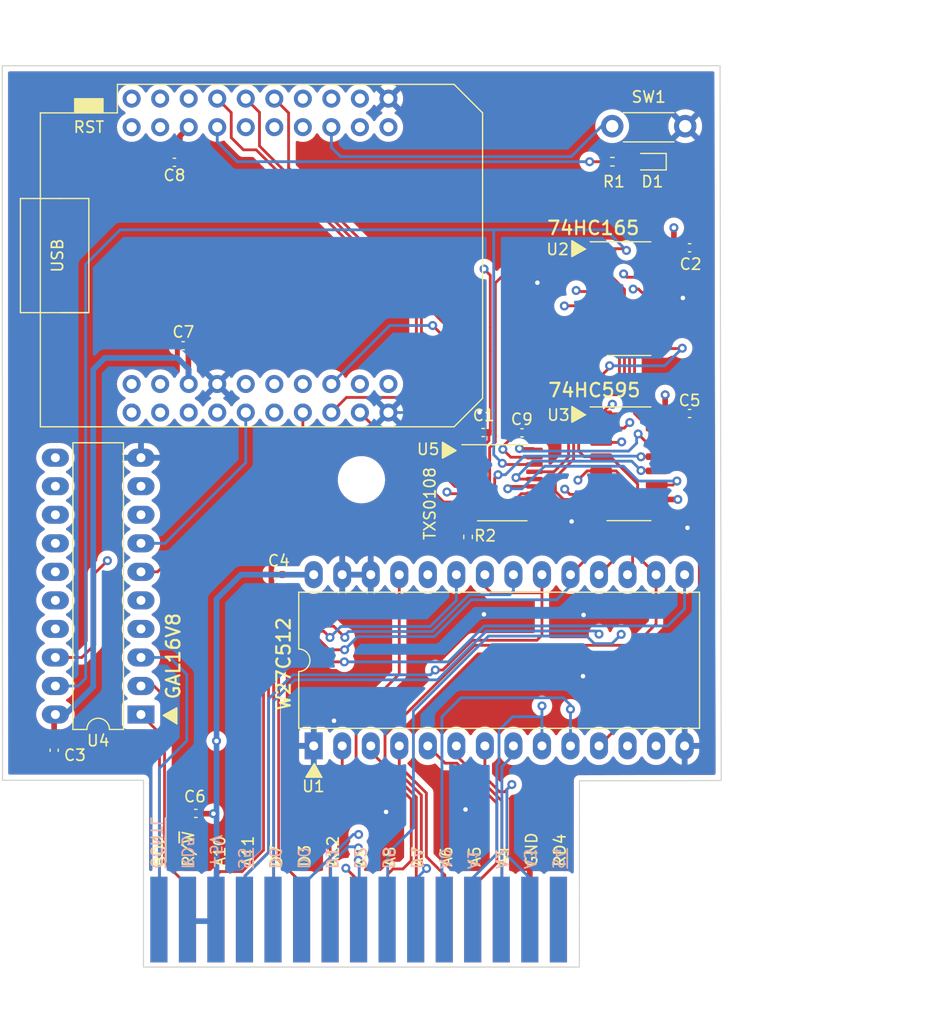
<source format=kicad_pcb>
(kicad_pcb (version 20211014) (generator pcbnew)
  (layers (0 "F.Cu" signal) (1 "In1.Cu" signal) (2 "In2.Cu" signal) (31 "B.Cu" signal) (34 "B.Paste" user) (35 "F.Paste" user) (36 "B.SilkS" user "B.Silkscreen") (37 "F.SilkS" user "F.Silkscreen") (38 "B.Mask" user) (39 "F.Mask" user) (44 "Edge.Cuts" user))
  (net 0 "")
  (net 1 "GND")
  (net 2 "A12")
  (net 3 "A7")
  (net 4 "A6")
  (net 5 "A5")
  (net 6 "A4")
  (net 7 "A3")
  (net 8 "A2")
  (net 9 "A1")
  (net 10 "A0")
  (net 11 "D0")
  (net 12 "D1")
  (net 13 "D2")
  (net 14 "D3")
  (net 15 "D4")
  (net 16 "D5")
  (net 17 "D6")
  (net 18 "D7")
  (net 19 "~{S5}")
  (net 20 "A10")
  (net 21 "A11")
  (net 22 "A9")
  (net 23 "A8")
  (net 24 "+5V")
  (net 25 "~{S4}")
  (net 26 "+3V3")
  (net 27 "Net-(D1-Pad2)")
  (net 28 "LED")
  (net 29 "iIO2")
  (net 30 "IO1")
  (net 31 "sclk_1H")
  (net 33 "iSdataH")
  (net 36 "sclk_2")
  (net 37 "RCLK")
  (net 38 "IO2")
  (net 39 "oSdata")
  (net 40 "iSdata")
  (net 41 "iIO1")
  (net 46 "RTS")
  (net 48 "SPI CLK")
  (net 49 "MISO")
  (net 50 "MOSI")
  (net 51 "RTR")
  (net 58 "oRST")
  (net 59 "TX2")
  (net 61 "RX2")
  (net 64 "iRST")
  (net 68 "~{CCTL}")
  (net 70 "R{slash}~{W}")
  (net 71 "BO2")
  (net 80 "sclk_2H")
  (net 81 "RCLKH")
  (net 82 "oSdataH")
  (net 83 "sclk_1L")
  (footprint "Capacitor_SMD:C_0402_1005Metric" (layer "F.Cu") (at 135 68.76 180)
    (fp_text reference "C8")
    (fp_text value "100n")
  )
  (footprint "LED_SMD:LED_0603_1608Metric" (layer "F.Cu") (at 177.292 68.707 180)
    (fp_text reference "D1")
    (fp_text value "LED")
  )
  (footprint "Barts:Atari_bus" (layer "F.Cu") (at 133.7745 136.358)
    (fp_text reference "Z1" hide)
    (fp_text value "Atari800XL_Bus")
  )
  (footprint "MountingHole:MountingHole_3.2mm_M3" (layer "F.Cu") (at 151.645148 97.0125)
    (fp_text reference "H1" hide)
    (fp_text value "MountingHole")
  )
  (footprint "Capacitor_SMD:C_0402_1005Metric" (layer "F.Cu") (at 180.86048 76.37)
    (fp_text reference "C2")
    (fp_text value "100n")
  )
  (footprint "Capacitor_SMD:C_0402_1005Metric" (layer "F.Cu") (at 135.770148 85.0875 180)
    (fp_text reference "C7")
    (fp_text value "100n")
  )
  (footprint "Package_DIP:DIP-28_W15.24mm_LongPads" (layer "F.Cu") (at 147.395148 120.701359 90)
    (fp_text reference "U1")
    (fp_text value "27C512")
  )
  (footprint "Resistor_SMD:R_0402_1005Metric" (layer "F.Cu") (at 161.1376 102.108 -90)
    (fp_text reference "R2")
    (fp_text value "10k")
  )
  (footprint "Package_SO:SOIC-16_3.9x9.9mm_P1.27mm" (layer "F.Cu") (at 175.46048 80.895)
    (fp_text reference "U2")
    (fp_text value "74HC165")
  )
  (footprint "Capacitor_SMD:C_0402_1005Metric" (layer "F.Cu") (at 180.86048 91.12)
    (fp_text reference "C5")
    (fp_text value "100n")
  )
  (footprint "Package_SO:SOIC-16_3.9x9.9mm_P1.27mm" (layer "F.Cu") (at 175.46048 95.595)
    (fp_text reference "U3")
    (fp_text value "74HC595")
  )
  (footprint "Barts:ESP32_mini" (layer "F.Cu") (at 142.620148 77.0625 -90)
    (fp_text reference "U6" hide)
    (fp_text value "mini_esp32" hide)
  )
  (footprint "Capacitor_SMD:C_0402_1005Metric" (layer "F.Cu") (at 165.9382 92.837)
    (fp_text reference "C9")
    (fp_text value "100n")
  )
  (footprint "Resistor_SMD:R_0402_1005Metric" (layer "F.Cu") (at 173.99 68.707)
    (fp_text reference "R1")
    (fp_text value "100Ω")
  )
  (footprint "Capacitor_SMD:C_0402_1005Metric" (layer "F.Cu") (at 124.29 121.09 -90)
    (fp_text reference "C3")
    (fp_text value "100n")
  )
  (footprint "Barts:SW_PUSH_HALF_6mm" (layer "F.Cu") (at 173.970148 65.3455)
    (fp_text reference "SW1")
    (fp_text value "Reset")
  )
  (footprint "Package_SO:TSSOP-20_4.4x6.5mm_P0.65mm" (layer "F.Cu") (at 164.1856 97.282)
    (fp_text reference "U5")
    (fp_text value "TXS0108EPW" hide)
  )
  (footprint "Capacitor_SMD:C_0402_1005Metric" (layer "F.Cu") (at 162.4838 92.8116 180)
    (fp_text reference "C1")
    (fp_text value "100n")
  )
  (footprint "Capacitor_SMD:C_0402_1005Metric" (layer "F.Cu") (at 144.115148 105.451359 180)
    (fp_text reference "C4")
    (fp_text value "100n")
  )
  (footprint "Package_DIP:DIP-20_W7.62mm_LongPads" (layer "F.Cu") (at 132.020148 117.9125 180)
    (fp_text reference "U4")
    (fp_text value "GAL16V8")
  )
  (footprint "Capacitor_SMD:C_0402_1005Metric" (layer "F.Cu") (at 136.900148 126.7125 180)
    (fp_text reference "C6")
    (fp_text value "100n")
  )
  (gr_poly (pts (xy 135.195148 117.3375) (xy 135.195148 118.7125) (xy 134.020148 117.9875)) (layer "F.SilkS") (width 0.15) (fill solid))
  (gr_poly (pts (xy 158.869276 95.069753) (xy 158.869276 93.694753) (xy 160.044276 94.419753)) (layer "F.SilkS") (width 0.15) (fill solid))
  (gr_poly (pts (xy 170.38548 77.1325) (xy 170.38548 75.7575) (xy 171.56048 76.4825)) (layer "F.SilkS") (width 0.15) (fill solid))
  (gr_poly (pts (xy 148.095148 123.476359) (xy 146.720148 123.476359) (xy 147.445148 122.301359)) (layer "F.SilkS") (width 0.15) (fill solid))
  (gr_poly (pts (xy 170.38548 91.8825) (xy 170.38548 90.5075) (xy 171.56048 91.2325)) (layer "F.SilkS") (width 0.15) (fill solid))
  (gr_line (start 183.670148 121.2875) (end 183.670148 123.7875) (layer "Edge.Cuts") (width 0.1))
  (gr_line (start 183.670148 121.2875) (end 183.570148 60.1625) (layer "Edge.Cuts") (width 0.1))
  (gr_line (start 132.245148 140.3875) (end 132.245148 123.7625) (layer "Edge.Cuts") (width 0.1))
  (gr_line (start 119.695148 123.7625) (end 132.245148 123.7625) (layer "Edge.Cuts") (width 0.1))
  (gr_line (start 183.570148 60.1625) (end 119.670148 60.1625) (layer "Edge.Cuts") (width 0.1))
  (gr_line (start 119.695148 123.7625) (end 119.670148 60.1625) (layer "Edge.Cuts") (width 0.1))
  (gr_line (start 183.670148 123.7875) (end 171.055148 123.8125) (layer "Edge.Cuts") (width 0.1))
  (gr_line (start 171.045148 140.3875) (end 171.055148 123.8125) (layer "Edge.Cuts") (width 0.1))
  (gr_line (start 171.045148 140.3875) (end 132.245148 140.3875) (layer "Edge.Cuts") (width 0.1))
  (gr_text "~{S4}" (at 169.145148 130.7125 -90) (layer "B.SilkS") (effects (font (size 1 1)) (justify mirror)))
  (gr_text "A2" (at 164.107284 130.760119 -90) (layer "B.SilkS") (effects (font (size 1 1)) (justify mirror)))
  (gr_text "A1" (at 161.588356 130.760119 -90) (layer "B.SilkS") (effects (font (size 1 1)) (justify mirror)))
  (gr_text "A3" (at 166.626212 130.760119 -90) (layer "B.SilkS") (effects (font (size 1 1)) (justify mirror)))
  (gr_text "RD5" (at 136.144076 130.18869 -90) (layer "B.SilkS") (effects (font (size 1 1)) (justify mirror)))
  (gr_text "D5" (at 154.031572 130.68869 -90) (layer "B.SilkS") (effects (font (size 1 1)) (justify mirror)))
  (gr_text "~{CCNTL}" (at 133.370148 129.3375 -90) (layer "B.SilkS") (effects (font (size 1 1)) (justify mirror)))
  (gr_text "D1" (at 148.993716 130.68869 -90) (layer "B.SilkS") (effects (font (size 1 1)) (justify mirror)))
  (gr_text "D0" (at 146.474788 130.68869 -90) (layer "B.SilkS") (effects (font (size 1 1)) (justify mirror)))
  (gr_text "A0" (at 159.069428 130.760119 -90) (layer "B.SilkS") (effects (font (size 1 1)) (justify mirror)))
  (gr_text "+5V" (at 138.663004 130.141071 -90) (layer "B.SilkS") (effects (font (size 1 1)) (justify mirror)))
  (gr_text "D2" (at 151.512644 130.68869 -90) (layer "B.SilkS") (effects (font (size 1 1)) (justify mirror)))
  (gr_text "D4" (at 156.5505 130.68869 -90) (layer "B.SilkS") (effects (font (size 1 1)) (justify mirror)))
  (gr_text "~{S5}" (at 141.181932 130.7125 -90) (layer "B.SilkS") (effects (font (size 1 1)) (justify mirror)))
  (gr_text "D6" (at 143.95586 130.68869 -90) (layer "B.SilkS") (effects (font (size 1 1)) (justify mirror)))
  (gr_text "74HC595" (at 172.380332 89.045) (layer "F.SilkS") (effects (font (size 1.2 1.2) (thickness 0.2))))
  (gr_text "74HC165" (at 172.28548 74.6075) (layer "F.SilkS") (effects (font (size 1.2 1.2) (thickness 0.2))))
  (gr_text "A8" (at 154.172284 130.558929 90) (layer "F.SilkS") (effects (font (size 1 1))))
  (gr_text "D7" (at 144.073716 130.4875 90) (layer "F.SilkS") (effects (font (size 1 1))))
  (gr_text "A12" (at 149.123 130.082738 90) (layer "F.SilkS") (effects (font (size 1 1))))
  (gr_text "A6" (at 159.221568 130.558929 90) (layer "F.SilkS") (effects (font (size 1 1))))
  (gr_text "GND" (at 166.795494 129.939881 90) (layer "F.SilkS") (effects (font (size 1 1))))
  (gr_text "GAL16V8" (at 134.895148 112.7125 90) (layer "F.SilkS") (effects (font (size 1.2 1.2) (thickness 0.2))))
  (gr_text "RD4" (at 169.320148 129.9875 90) (layer "F.SilkS") (effects (font (size 1 1))))
  (gr_text "W27C512" (at 144.7165 113.411 90) (layer "F.SilkS") (effects (font (size 1.2 1.2) (thickness 0.2))))
  (gr_text "A11" (at 141.549074 130.082738 90) (layer "F.SilkS") (effects (font (size 1 1))))
  (gr_text "A10" (at 139.024432 130.082738 90) (layer "F.SilkS") (effects (font (size 1 1))))
  (gr_text "TXS0108" (at 157.734 99.1362 90) (layer "F.SilkS") (effects (font (size 1 1))))
  (gr_text "A7" (at 156.696926 130.558929 90) (layer "F.SilkS") (effects (font (size 1 1))))
  (gr_text "B02" (at 133.720148 130.01131 90) (layer "F.SilkS") (effects (font (size 1 1))))
  (gr_text "R/~{W}" (at 136.24479 129.868453 90) (layer "F.SilkS") (effects (font (size 1 1))))
  (gr_text "A9" (at 151.647642 130.558929 90) (layer "F.SilkS") (effects (font (size 1 1))))
  (gr_text "D3" (at 146.598358 130.4875 90) (layer "F.SilkS") (effects (font (size 1 1))))
  (gr_text "A4" (at 164.270852 130.558929 90) (layer "F.SilkS") (effects (font (size 1 1))))
  (gr_text "A5" (at 161.74621 130.558929 90) (layer "F.SilkS") (effects (font (size 1 1))))
  (segment (start 162.1536 91.0082) (end 162.1536 92.6618) (width 0.25) (layer "F.Cu") (net 1))
  (segment (start 162.1536 92.6618) (end 162.0038 92.8116) (width 0.25) (layer "F.Cu") (net 1))
  (segment (start 162.0038 92.8116) (end 162.0038 91.2342) (width 0.25) (layer "F.Cu") (net 1))
  (via (at 162.1536 91.0082) (size 0.8) (drill 0.4) (layers "F.Cu" "B.Cu") (net 1))
  (via (at 170.35548 100.7275) (size 0.8) (drill 0.4) (layers "F.Cu" "B.Cu") (net 1))
  (via (at 180.26048 80.8325) (size 0.8) (drill 0.4) (layers "F.Cu" "B.Cu") (net 1))
  (via (at 180.6702 101.2952) (size 0.8) (drill 0.4) (layers "F.Cu" "B.Cu") (net 1))
  (via (at 160.909 126.365) (size 0.8) (drill 0.4) (layers "F.Cu" "B.Cu") (net 1))
  (via (at 153.84 126.58) (size 0.8) (drill 0.4) (layers "F.Cu" "B.Cu") (net 1))
  (via (at 149.205148 118.466359) (size 0.8) (drill 0.4) (layers "F.Cu" "B.Cu") (net 1))
  (via (at 171.370148 114.501359) (size 0.8) (drill 0.4) (layers "F.Cu" "B.Cu") (net 1))
  (via (at 162.55 108.993859) (size 0.8) (drill 0.4) (layers "F.Cu" "B.Cu") (net 1))
  (via (at 171.420148 109.051359) (size 0.8) (drill 0.4) (layers "F.Cu" "B.Cu") (net 1))
  (via (at 167.3098 79.4766) (size 0.8) (drill 0.4) (layers "F.Cu" "B.Cu") (net 1))
  (segment (start 158.9024 91.0336) (end 158.9278 91.0082) (width 0.25) (layer "B.Cu") (net 1))
  (segment (start 158.9278 91.0082) (end 162.1536 91.0082) (width 0.25) (layer "B.Cu") (net 1))
  (segment (start 158.5965 91.0325) (end 154.050148 91.0325) (width 0.25) (layer "B.Cu") (net 1))
  (segment (start 158.9024 91.0336) (end 158.9013 91.0325) (width 0.25) (layer "B.Cu") (net 1))
  (segment (start 158.9013 91.0325) (end 158.5965 91.0325) (width 0.25) (layer "B.Cu") (net 1))
  (segment (start 148.8615 123.885007) (end 148.8615 139.12352) (width 0.25) (layer "F.Cu") (net 2))
  (segment (start 149.935148 120.701359) (end 149.935148 122.811359) (width 0.25) (layer "F.Cu") (net 2))
  (segment (start 149.935148 122.811359) (end 148.8615 123.885007) (width 0.25) (layer "F.Cu") (net 2))
  (segment (start 152.475148 121.2175) (end 152.475148 120.701359) (width 0.25) (layer "F.Cu") (net 3))
  (segment (start 156.527648 136.3025) (end 156.527648 125.27) (width 0.25) (layer "F.Cu") (net 3))
  (segment (start 156.527648 125.27) (end 152.475148 121.2175) (width 0.25) (layer "F.Cu") (net 3))
  (segment (start 155.015148 122.486064) (end 157.426688 124.897605) (width 0.25) (layer "F.Cu") (net 4))
  (segment (start 157.426688 130.568926) (end 159.067648 132.209886) (width 0.25) (layer "F.Cu") (net 4))
  (segment (start 155.015148 120.701359) (end 155.015148 122.486064) (width 0.25) (layer "F.Cu") (net 4))
  (segment (start 157.426688 124.897605) (end 157.426688 130.568926) (width 0.25) (layer "F.Cu") (net 4))
  (segment (start 159.067648 132.209886) (end 159.067648 136.3025) (width 0.25) (layer "F.Cu") (net 4))
  (segment (start 161.607648 133.222852) (end 163.698128 131.132372) (width 0.25) (layer "F.Cu") (net 5))
  (segment (start 163.698128 125.801197) (end 160.140716 122.243785) (width 0.25) (layer "F.Cu") (net 5))
  (segment (start 161.607648 136.3025) (end 161.607648 133.222852) (width 0.25) (layer "F.Cu") (net 5))
  (segment (start 163.698128 131.132372) (end 163.698128 125.801197) (width 0.25) (layer "F.Cu") (net 5))
  (segment (start 159.097574 122.243785) (end 157.555148 120.701359) (width 0.25) (layer "F.Cu") (net 5))
  (segment (start 160.140716 122.243785) (end 159.097574 122.243785) (width 0.25) (layer "F.Cu") (net 5))
  (segment (start 160.095148 121.5625) (end 164.147648 125.615) (width 0.25) (layer "F.Cu") (net 6))
  (segment (start 164.147648 125.615) (end 164.147648 136.3025) (width 0.25) (layer "F.Cu") (net 6))
  (segment (start 162.635148 123.466782) (end 163.951433 124.783067) (width 0.25) (layer "F.Cu") (net 7))
  (segment (start 162.635148 120.701359) (end 162.635148 123.466782) (width 0.25) (layer "F.Cu") (net 7))
  (segment (start 163.951433 124.783067) (end 164.395933 124.783067) (width 0.25) (layer "F.Cu") (net 7))
  (segment (start 164.395933 124.783067) (end 165.0365 124.1425) (width 0.25) (layer "F.Cu") (net 7))
  (via (at 165.0365 124.1425) (size 0.8) (drill 0.4) (layers "F.Cu" "B.Cu") (net 7))
  (segment (start 165.0365 124.1425) (end 164.597168 124.581832) (width 0.25) (layer "B.Cu") (net 7))
  (segment (start 164.597168 130.434168) (end 166.6345 132.4715) (width 0.25) (layer "B.Cu") (net 7))
  (segment (start 164.597168 124.581832) (end 164.597168 130.434168) (width 0.25) (layer "B.Cu") (net 7))
  (segment (start 164.147648 122.554852) (end 165.175148 121.527352) (width 0.25) (layer "B.Cu") (net 8))
  (segment (start 165.175148 121.527352) (end 165.175148 120.701359) (width 0.25) (layer "B.Cu") (net 8))
  (segment (start 164.147648 136.3025) (end 164.147648 122.554852) (width 0.25) (layer "B.Cu") (net 8))
  (via (at 167.72 117.148359) (size 0.8) (drill 0.4) (layers "F.Cu" "B.Cu") (net 9))
  (segment (start 167.7035 118.11) (end 167.715148 118.121648) (width 0.25) (layer "B.Cu") (net 9))
  (segment (start 167.715148 118.121648) (end 167.715148 117.153211) (width 0.25) (layer "B.Cu") (net 9))
  (segment (start 163.698128 130.306872) (end 163.698128 122.368655) (width 0.25) (layer "B.Cu") (net 9))
  (segment (start 163.8935 119.3165) (end 165.1 118.11) (width 0.25) (layer "B.Cu") (net 9))
  (segment (start 167.715148 117.153211) (end 167.72 117.148359) (width 0.25) (layer "B.Cu") (net 9))
  (segment (start 161.5545 132.4505) (end 163.698128 130.306872) (width 0.25) (layer "B.Cu") (net 9))
  (segment (start 165.1 118.11) (end 167.7035 118.11) (width 0.25) (layer "B.Cu") (net 9))
  (segment (start 163.698128 122.368655) (end 163.8935 122.173283) (width 0.25) (layer "B.Cu") (net 9))
  (segment (start 163.8935 122.173283) (end 163.8935 119.3165) (width 0.25) (layer "B.Cu") (net 9))
  (segment (start 161.5545 136.158) (end 161.5545 132.4505) (width 0.25) (layer "B.Cu") (net 9))
  (segment (start 167.715148 119.156359) (end 167.715148 118.121648) (width 0.25) (layer "B.Cu") (net 9))
  (segment (start 167.715148 119.156359) (end 167.715148 120.701359) (width 0.25) (layer "B.Cu") (net 9))
  (via (at 170.255148 117.438711) (size 0.8) (drill 0.4) (layers "F.Cu" "B.Cu") (net 10))
  (segment (start 170.255148 117.069007) (end 169.61 116.423859) (width 0.25) (layer "B.Cu") (net 10))
  (segment (start 158.8135 135.957) (end 159.0145 136.158) (width 0.25) (layer "B.Cu") (net 10))
  (segment (start 160.499641 116.423859) (end 162.404641 116.423859) (width 0.25) (layer "B.Cu") (net 10))
  (segment (start 169.61 116.423859) (end 162.404641 116.423859) (width 0.25) (layer "B.Cu") (net 10))
  (segment (start 158.8135 127.5715) (end 158.8135 118.11) (width 0.25) (layer "B.Cu") (net 10))
  (segment (start 170.255148 120.701359) (end 170.255148 117.438711) (width 0.25) (layer "B.Cu") (net 10))
  (segment (start 158.8135 127.5715) (end 158.8135 135.957) (width 0.25) (layer "B.Cu") (net 10))
  (segment (start 158.8135 118.11) (end 160.499641 116.423859) (width 0.25) (layer "B.Cu") (net 10))
  (segment (start 170.255148 117.438711) (end 170.255148 117.069007) (width 0.25) (layer "B.Cu") (net 10))
  (segment (start 181.724911 111.771597) (end 172.795148 120.701359) (width 0.25) (layer "F.Cu") (net 11))
  (segment (start 176.55548 82.8) (end 177.93548 82.8) (width 0.25) (layer "F.Cu") (net 11))
  (segment (start 177.26048 92.42) (end 175.96048 91.12) (width 0.25) (layer "F.Cu") (net 11))
  (segment (start 175.96048 91.12) (end 175.96048 83.395) (width 0.25) (layer "F.Cu") (net 11))
  (segment (start 181.724911 94.175311) (end 181.724911 111.771597) (width 0.25) (layer "F.Cu") (net 11))
  (segment (start 177.93548 92.42) (end 177.26048 92.42) (width 0.25) (layer "F.Cu") (net 11))
  (segment (start 175.96048 83.395) (end 176.55548 82.8) (width 0.25) (layer "F.Cu") (net 11))
  (segment (start 177.93548 92.42) (end 179.9696 92.42) (width 0.25) (layer "F.Cu") (net 11))
  (segment (start 179.9696 92.42) (end 181.724911 94.175311) (width 0.25) (layer "F.Cu") (net 11))
  (via (at 151.395148 128.5875) (size 0.8) (drill 0.4) (layers "F.Cu" "B.Cu") (net 11))
  (segment (start 146.367648 133.14) (end 146.367648 136.3025) (width 0.25) (layer "B.Cu") (net 11))
  (segment (start 151.395148 128.5875) (end 150.920148 128.5875) (width 0.25) (layer "B.Cu") (net 11))
  (segment (start 150.920148 128.5875) (end 146.367648 133.14) (width 0.25) (layer "B.Cu") (net 11))
  (segment (start 172.98548 91.15) (end 174.63048 91.15) (width 0.25) (layer "F.Cu") (net 12))
  (segment (start 175.51096 88.34452) (end 175.51096 82.24452) (width 0.25) (layer "F.Cu") (net 12))
  (segment (start 177.93548 81.53) (end 176.22548 81.53) (width 0.25) (layer "F.Cu") (net 12))
  (segment (start 175.51096 90.26952) (end 175.51096 88.34452) (width 0.25) (layer "F.Cu") (net 12))
  (segment (start 173.84048 90.295) (end 172.98548 91.15) (width 0.25) (layer "F.Cu") (net 12))
  (segment (start 174.63048 91.15) (end 175.51096 90.26952) (width 0.25) (layer "F.Cu") (net 12))
  (segment (start 173.98548 90.295) (end 173.84048 90.295) (width 0.25) (layer "F.Cu") (net 12))
  (segment (start 175.51096 82.24452) (end 176.22548 81.53) (width 0.25) (layer "F.Cu") (net 12))
  (via (at 173.98548 90.295) (size 0.8) (drill 0.4) (layers "F.Cu" "B.Cu") (net 12))
  (via (at 151.370148 129.7875) (size 0.8) (drill 0.4) (layers "F.Cu" "B.Cu") (net 12))
  (segment (start 148.907648 136.3025) (end 148.907648 131.235718) (width 0.25) (layer "B.Cu") (net 12))
  (segment (start 150.463007 129.680359) (end 151.263007 129.680359) (width 0.25) (layer "B.Cu") (net 12))
  (segment (start 151.263007 129.680359) (end 151.370148 129.7875) (width 0.25) (layer "B.Cu") (net 12))
  (segment (start 148.907648 131.235718) (end 150.463007 129.680359) (width 0.25) (layer "B.Cu") (net 12))
  (segment (start 176.61048 80.345) (end 177.85048 80.345) (width 0.25) (layer "F.Cu") (net 13))
  (segment (start 176.31048 80.045) (end 176.61048 80.345) (width 0.25) (layer "F.Cu") (net 13))
  (segment (start 175.03758 92.42) (end 175.53498 91.9226) (width 0.25) (layer "F.Cu") (net 13))
  (segment (start 177.85048 80.345) (end 177.93548 80.26) (width 0.25) (layer "F.Cu") (net 13))
  (segment (start 172.98548 92.42) (end 175.03758 92.42) (width 0.25) (layer "F.Cu") (net 13))
  (segment (start 175.83548 80.045) (end 176.31048 80.045) (width 0.25) (layer "F.Cu") (net 13))
  (via (at 175.83548 80.045) (size 0.8) (drill 0.4) (layers "F.Cu" "B.Cu") (net 13))
  (via (at 151.370148 130.8875) (size 0.8) (drill 0.4) (layers "F.Cu" "B.Cu") (net 13))
  (via (at 175.53498 91.9226) (size 0.8) (drill 0.4) (layers "F.Cu" "B.Cu") (net 13))
  (segment (start 151.447648 130.965) (end 151.447648 136.3025) (width 0.25) (layer "B.Cu") (net 13))
  (segment (start 151.370148 130.8875) (end 151.447648 130.965) (width 0.25) (layer "B.Cu") (net 13))
  (segment (start 145.575798 111.399919) (end 147.303801 111.399919) (width 0.25) (layer "F.Cu") (net 14))
  (segment (start 174.98548 78.695) (end 175.28048 78.99) (width 0.25) (layer "F.Cu") (net 14))
  (segment (start 144.277168 112.698549) (end 145.575798 111.399919) (width 0.25) (layer "F.Cu") (net 14))
  (segment (start 149.130241 113.226359) (end 150.120148 113.226359) (width 0.25) (layer "F.Cu") (net 14))
  (segment (start 146.367648 136.3025) (end 146.367648 132.96) (width 0.25) (layer "F.Cu") (net 14))
  (segment (start 174.76548 93.69) (end 174.81048 93.645) (width 0.25) (layer "F.Cu") (net 14))
  (segment (start 146.367648 132.96) (end 144.277168 130.86952) (width 0.25) (layer "F.Cu") (net 14))
  (segment (start 172.98548 93.69) (end 174.76548 93.69) (width 0.25) (layer "F.Cu") (net 14))
  (segment (start 147.303801 111.399919) (end 149.130241 113.226359) (width 0.25) (layer "F.Cu") (net 14))
  (segment (start 144.277168 130.86952) (end 144.277168 112.698549) (width 0.25) (layer "F.Cu") (net 14))
  (segment (start 175.28048 78.99) (end 177.93548 78.99) (width 0.25) (layer "F.Cu") (net 14))
  (via (at 150.120148 113.226359) (size 0.8) (drill 0.4) (layers "F.Cu" "B.Cu") (net 14))
  (via (at 174.98548 78.695) (size 0.8) (drill 0.4) (layers "F.Cu" "B.Cu") (net 14))
  (via (at 174.81048 93.645) (size 0.8) (drill 0.4) (layers "F.Cu" "B.Cu") (net 14))
  (segment (start 162.58443 110.026359) (end 159.38443 113.226359) (width 0.25) (layer "B.Cu") (net 14))
  (segment (start 178.895148 110.026359) (end 162.58443 110.026359) (width 0.25) (layer "B.Cu") (net 14))
  (segment (start 180.415148 105.461359) (end 180.415148 108.506359) (width 0.25) (layer "B.Cu") (net 14))
  (segment (start 180.415148 108.506359) (end 178.895148 110.026359) (width 0.25) (layer "B.Cu") (net 14))
  (segment (start 159.38443 113.226359) (end 150.120148 113.226359) (width 0.25) (layer "B.Cu") (net 14))
  (segment (start 176.23452 97.39404) (end 176.23452 103.820731) (width 0.25) (layer "F.Cu") (net 15))
  (segment (start 171.47548 94.96) (end 170.98548 94.47) (width 0.25) (layer "F.Cu") (net 15))
  (segment (start 161.720148 111.751359) (end 153.745148 119.726359) (width 0.25) (layer "F.Cu") (net 15))
  (segment (start 172.98548 94.96) (end 171.47548 94.96) (width 0.25) (layer "F.Cu") (net 15))
  (segment (start 156.977168 131.14402) (end 157.445148 131.612) (width 0.25) (layer "F.Cu") (net 15))
  (segment (start 171.685866 89.445) (end 174.58548 89.445) (width 0.25) (layer "F.Cu") (net 15))
  (segment (start 177.875148 105.461359) (end 177.875148 109.846359) (width 0.25) (layer "F.Cu") (net 15))
  (segment (start 175.06144 88.96904) (end 175.06144 80.07096) (width 0.25) (layer "F.Cu") (net 15))
  (segment (start 173.80048 94.96) (end 176.23452 97.39404) (width 0.25) (layer "F.Cu") (net 15))
  (segment (start 175.06144 80.07096) (end 173.98048 78.99) (width 0.25) (layer "F.Cu") (net 15))
  (segment (start 170.98548 94.47) (end 170.98548 90.145386) (width 0.25) (layer "F.Cu") (net 15))
  (segment (start 170.98548 90.145386) (end 171.685866 89.445) (width 0.25) (layer "F.Cu") (net 15))
  (segment (start 173.98048 78.99) (end 172.98548 78.99) (width 0.25) (layer "F.Cu") (net 15))
  (segment (start 153.745148 121.851782) (end 156.977168 125.083802) (width 0.25) (layer "F.Cu") (net 15))
  (segment (start 156.977168 125.083802) (end 156.977168 131.14402) (width 0.25) (layer "F.Cu") (net 15))
  (segment (start 177.875148 109.846359) (end 175.970148 111.751359) (width 0.25) (layer "F.Cu") (net 15))
  (segment (start 174.58548 89.445) (end 175.06144 88.96904) (width 0.25) (layer "F.Cu") (net 15))
  (segment (start 176.23452 103.820731) (end 177.875148 105.461359) (width 0.25) (layer "F.Cu") (net 15))
  (segment (start 153.745148 119.726359) (end 153.745148 121.851782) (width 0.25) (layer "F.Cu") (net 15))
  (segment (start 175.970148 111.751359) (end 161.720148 111.751359) (width 0.25) (layer "F.Cu") (net 15))
  (segment (start 172.98548 94.96) (end 173.80048 94.96) (width 0.25) (layer "F.Cu") (net 15))
  (via (at 157.445148 131.612) (size 0.8) (drill 0.4) (layers "F.Cu" "B.Cu") (net 15))
  (segment (start 156.527648 132.5295) (end 157.445148 131.612) (width 0.25) (layer "B.Cu") (net 15))
  (segment (start 156.527648 136.3025) (end 156.527648 132.5295) (width 0.25) (layer "B.Cu") (net 15))
  (segment (start 175.785 105.011507) (end 175.785 97.69452) (width 0.25) (layer "F.Cu") (net 16))
  (segment (start 175.335148 105.461359) (end 175.785 105.011507) (width 0.25) (layer "F.Cu") (net 16))
  (segment (start 171.74 96.23) (end 170.9166 97.0534) (width 0.25) (layer "F.Cu") (net 16))
  (segment (start 175.785 97.69452) (end 174.32048 96.23) (width 0.25) (layer "F.Cu") (net 16))
  (segment (start 174.32048 96.23) (end 172.98548 96.23) (width 0.25) (layer "F.Cu") (net 16))
  (segment (start 170.85048 80.26) (end 170.76048 80.17) (width 0.25) (layer "F.Cu") (net 16))
  (segment (start 172.98548 96.23) (end 171.74 96.23) (width 0.25) (layer "F.Cu") (net 16))
  (segment (start 172.98548 80.26) (end 170.85048 80.26) (width 0.25) (layer "F.Cu") (net 16))
  (via (at 170.9166 97.0534) (size 0.8) (drill 0.4) (layers "F.Cu" "B.Cu") (net 16))
  (via (at 170.76048 80.17) (size 0.8) (drill 0.4) (layers "F.Cu" "B.Cu") (net 16))
  (via (at 174.770148 110.776359) (size 0.8) (drill 0.4) (layers "F.Cu" "B.Cu") (net 16))
  (segment (start 172.368366 111.599577) (end 171.694188 110.925399) (width 0.25) (layer "B.Cu") (net 16))
  (segment (start 173.94693 111.599577) (end 172.368366 111.599577) (width 0.25) (layer "B.Cu") (net 16))
  (segment (start 162.956826 110.925399) (end 156.2735 117.608724) (width 0.25) (layer "B.Cu") (net 16))
  (segment (start 171.694188 110.925399) (end 162.956826 110.925399) (width 0.25) (layer "B.Cu") (net 16))
  (segment (start 153.987648 130.295) (end 153.987648 136.3025) (width 0.25) (layer "B.Cu") (net 16))
  (segment (start 156.2735 117.608724) (end 156.2735 128.009148) (width 0.25) (layer "B.Cu") (net 16))
  (segment (start 174.770148 110.776359) (end 173.94693 111.599577) (width 0.25) (layer "B.Cu") (net 16))
  (segment (start 156.2735 128.009148) (end 153.987648 130.295) (width 0.25) (layer "B.Cu") (net 16))
  (segment (start 175.33548 102.921027) (end 175.33548 98.845) (width 0.25) (layer "F.Cu") (net 17))
  (segment (start 169.72548 81.53) (end 169.71048 81.545) (width 0.25) (layer "F.Cu") (net 17))
  (segment (start 172.2734 97.5) (end 171.5008 98.2726) (width 0.25) (layer "F.Cu") (net 17))
  (segment (start 170.210558 98.32048) (end 169.739539 97.849461) (width 0.25) (layer "F.Cu") (net 17))
  (segment (start 171.196 98.32048) (end 170.210558 98.32048) (width 0.25) (layer "F.Cu") (net 17))
  (segment (start 173.99048 97.5) (end 172.98548 97.5) (width 0.25) (layer "F.Cu") (net 17))
  (segment (start 171.45292 98.32048) (end 171.196 98.32048) (width 0.25) (layer "F.Cu") (net 17))
  (segment (start 172.795148 105.461359) (end 175.33548 102.921027) (width 0.25) (layer "F.Cu") (net 17))
  (segment (start 175.33548 98.845) (end 173.99048 97.5) (width 0.25) (layer "F.Cu") (net 17))
  (segment (start 171.5008 98.2726) (end 171.45292 98.32048) (width 0.25) (layer "F.Cu") (net 17))
  (segment (start 172.98548 97.5) (end 172.2734 97.5) (width 0.25) (layer "F.Cu") (net 17))
  (segment (start 172.98548 81.53) (end 169.72548 81.53) (width 0.25) (layer "F.Cu") (net 17))
  (via (at 169.739539 97.849461) (size 0.8) (drill 0.4) (layers "F.Cu" "B.Cu") (net 17))
  (via (at 172.795148 110.751359) (size 0.8) (drill 0.4) (layers "F.Cu" "B.Cu") (net 17))
  (via (at 169.71048 81.545) (size 0.8) (drill 0.4) (layers "F.Cu" "B.Cu") (net 17))
  (segment (start 158.420157 114.82635) (end 145.71415 114.82635) (width 0.25) (layer "B.Cu") (net 17))
  (segment (start 143.827648 116.712852) (end 143.827648 136.3025) (width 0.25) (layer "B.Cu") (net 17))
  (segment (start 162.770628 110.475879) (end 158.420157 114.82635) (width 0.25) (layer "B.Cu") (net 17))
  (segment (start 145.71415 114.82635) (end 143.827648 116.712852) (width 0.25) (layer "B.Cu") (net 17))
  (segment (start 172.519668 110.475879) (end 162.770628 110.475879) (width 0.25) (layer "B.Cu") (net 17))
  (segment (start 170.53596 95.19452) (end 168.91048 96.82) (width 0.25) (layer "F.Cu") (net 18))
  (segment (start 147.581881 110.950399) (end 145.3896 110.950399) (width 0.25) (layer "F.Cu") (net 18))
  (segment (start 174.88596 99.34548) (end 174.31048 98.77) (width 0.25) (layer "F.Cu") (net 18))
  (segment (start 174.61192 88.54356) (end 174.16 88.99548) (width 0.25) (layer "F.Cu") (net 18))
  (segment (start 172.98548 82.8) (end 174.04048 82.8) (width 0.25) (layer "F.Cu") (net 18))
  (segment (start 168.91048 98.045) (end 169.63548 98.77) (width 0.25) (layer "F.Cu") (net 18))
  (segment (start 174.88596 102.734829) (end 174.88596 99.34548) (width 0.25) (layer "F.Cu") (net 18))
  (segment (start 172.466113 103.250394) (end 174.370395 103.250394) (width 0.25) (layer "F.Cu") (net 18))
  (segment (start 174.31048 98.77) (end 172.98548 98.77) (width 0.25) (layer "F.Cu") (net 18))
  (segment (start 170.255148 105.461359) (end 172.466113 103.250394) (width 0.25) (layer "F.Cu") (net 18))
  (segment (start 174.04048 82.8) (end 174.61192 83.37144) (width 0.25) (layer "F.Cu") (net 18))
  (segment (start 174.61192 83.37144) (end 174.61192 88.54356) (width 0.25) (layer "F.Cu") (net 18))
  (segment (start 148.782841 112.151359) (end 147.581881 110.950399) (width 0.25) (layer "F.Cu") (net 18))
  (segment (start 143.827648 112.512351) (end 143.827648 136.3025) (width 0.25) (layer "F.Cu") (net 18))
  (segment (start 168.91048 96.82) (end 168.91048 98.045) (width 0.25) (layer "F.Cu") (net 18))
  (segment (start 150.145148 112.151359) (end 148.782841 112.151359) (width 0.25) (layer "F.Cu") (net 18))
  (segment (start 174.370395 103.250394) (end 174.88596 102.734829) (width 0.25) (layer "F.Cu") (net 18))
  (segment (start 174.16 88.99548) (end 171.499668 88.99548) (width 0.25) (layer "F.Cu") (net 18))
  (segment (start 171.499668 88.99548) (end 170.53596 89.959188) (width 0.25) (layer "F.Cu") (net 18))
  (segment (start 170.53596 89.959188) (end 170.53596 95.19452) (width 0.25) (layer "F.Cu") (net 18))
  (segment (start 169.63548 98.77) (end 172.98548 98.77) (width 0.25) (layer "F.Cu") (net 18))
  (segment (start 145.3896 110.950399) (end 143.827648 112.512351) (width 0.25) (layer "F.Cu") (net 18))
  (via (at 150.145148 112.151359) (size 0.8) (drill 0.4) (layers "F.Cu" "B.Cu") (net 18))
  (segment (start 169.018036 107.698471) (end 170.255148 106.461359) (width 0.25) (layer "B.Cu") (net 18))
  (segment (start 158.142543 110.975399) (end 161.419471 107.698471) (width 0.25) (layer "B.Cu") (net 18))
  (segment (start 161.419471 107.698471) (end 169.018036 107.698471) (width 0.25) (layer "B.Cu") (net 18))
  (segment (start 151.321108 110.975399) (end 158.142543 110.975399) (width 0.25) (layer "B.Cu") (net 18))
  (segment (start 150.145148 112.151359) (end 151.321108 110.975399) (width 0.25) (layer "B.Cu") (net 18))
  (segment (start 170.255148 106.461359) (end 170.255148 105.461359) (width 0.25) (layer "B.Cu") (net 18))
  (segment (start 161.533951 111.301839) (end 167.270148 111.301839) (width 0.25) (layer "F.Cu") (net 19))
  (segment (start 167.670148 107.076359) (end 167.715148 107.031359) (width 0.25) (layer "F.Cu") (net 19))
  (segment (start 158.88493 113.950859) (end 161.533951 111.301839) (width 0.25) (layer "F.Cu") (net 19))
  (segment (start 167.715148 107.031359) (end 167.715148 105.461359) (width 0.25) (layer "F.Cu") (net 19))
  (segment (start 167.715148 110.856839) (end 167.715148 107.031359) (width 0.25) (layer "F.Cu") (net 19))
  (segment (start 162.635148 105.461359) (end 162.635148 106.516359) (width 0.25) (layer "F.Cu") (net 19))
  (segment (start 162.635148 106.516359) (end 163.195148 107.076359) (width 0.25) (layer "F.Cu") (net 19))
  (segment (start 167.270148 111.301839) (end 167.715148 110.856839) (width 0.25) (layer "F.Cu") (net 19))
  (segment (start 158.220628 113.950859) (end 158.88493 113.950859) (width 0.25) (layer "F.Cu") (net 19))
  (segment (start 163.195148 107.076359) (end 167.670148 107.076359) (width 0.25) (layer "F.Cu") (net 19))
  (via (at 158.220628 113.950859) (size 0.8) (drill 0.4) (layers "F.Cu" "B.Cu") (net 19))
  (segment (start 145.527952 114.37683) (end 143.378128 116.526654) (width 0.25) (layer "B.Cu") (net 19))
  (segment (start 157.794657 114.37683) (end 145.527952 114.37683) (width 0.25) (layer "B.Cu") (net 19))
  (segment (start 157.794657 114.37683) (end 158.220628 113.950859) (width 0.25) (layer "B.Cu") (net 19))
  (segment (start 141.287648 132.295) (end 143.378128 130.20452) (width 0.25) (layer "B.Cu") (net 19))
  (segment (start 143.378128 116.526654) (end 143.378128 130.20452) (width 0.25) (layer "B.Cu") (net 19))
  (segment (start 141.287648 136.3025) (end 141.287648 132.295) (width 0.25) (layer "B.Cu") (net 19))
  (segment (start 138.747648 136.3025) (end 138.747648 132.215) (width 0.25) (layer "F.Cu") (net 20))
  (segment (start 149.170148 110.051359) (end 150.170148 111.051359) (width 0.25) (layer "F.Cu") (net 20))
  (segment (start 139.075148 131.8875) (end 141.01943 131.8875) (width 0.25) (layer "F.Cu") (net 20))
  (segment (start 142.928608 129.978322) (end 142.928608 112.036592) (width 0.25) (layer "F.Cu") (net 20))
  (segment (start 141.01943 131.8875) (end 142.928608 129.978322) (width 0.25) (layer "F.Cu") (net 20))
  (segment (start 144.913841 110.051359) (end 149.170148 110.051359) (width 0.25) (layer "F.Cu") (net 20))
  (segment (start 142.928608 112.036592) (end 144.913841 110.051359) (width 0.25) (layer "F.Cu") (net 20))
  (segment (start 138.747648 132.215) (end 139.075148 131.8875) (width 0.25) (layer "F.Cu") (net 20))
  (via (at 150.170148 111.051359) (size 0.8) (drill 0.4) (layers "F.Cu" "B.Cu") (net 20))
  (segment (start 165.175148 106.922352) (end 165.175148 105.461359) (width 0.25) (layer "B.Cu") (net 20))
  (segment (start 150.170148 111.051359) (end 150.170148 110.851359) (width 0.25) (layer "B.Cu") (net 20))
  (segment (start 161.233274 107.248951) (end 164.848549 107.248951) (width 0.25) (layer "B.Cu") (net 20))
  (segment (start 164.848549 107.248951) (end 165.175148 106.922352) (width 0.25) (layer "B.Cu") (net 20))
  (segment (start 150.170148 110.851359) (end 150.495628 110.525879) (width 0.25) (layer "B.Cu") (net 20))
  (segment (start 157.956346 110.525879) (end 161.233274 107.248951) (width 0.25) (layer "B.Cu") (net 20))
  (segment (start 150.495628 110.525879) (end 157.956346 110.525879) (width 0.25) (layer "B.Cu") (net 20))
  (segment (start 143.378128 130.16452) (end 143.378128 112.237728) (width 0.25) (layer "F.Cu") (net 21))
  (segment (start 144.38753 111.234428) (end 145.121079 110.500879) (width 0.25) (layer "F.Cu") (net 21))
  (segment (start 148.294668 110.500879) (end 148.845148 111.051359) (width 0.25) (layer "F.Cu") (net 21))
  (segment (start 145.121079 110.500879) (end 148.294668 110.500879) (width 0.25) (layer "F.Cu") (net 21))
  (segment (start 141.287648 132.255) (end 143.378128 130.16452) (width 0.25) (layer "F.Cu") (net 21))
  (segment (start 144.381428 111.234428) (end 144.38753 111.234428) (width 0.25) (layer "F.Cu") (net 21))
  (segment (start 141.287648 136.3025) (end 141.287648 132.255) (width 0.25) (layer "F.Cu") (net 21))
  (segment (start 144.381428 111.234428) (end 143.378128 112.237728) (width 0.25) (layer "F.Cu") (net 21))
  (via (at 148.845148 111.051359) (size 0.8) (drill 0.4) (layers "F.Cu" "B.Cu") (net 21))
  (segment (start 157.770148 110.076359) (end 160.095148 107.751359) (width 0.25) (layer "B.Cu") (net 21))
  (segment (start 160.095148 107.751359) (end 160.095148 105.461359) (width 0.25) (layer "B.Cu") (net 21))
  (segment (start 148.845148 111.051359) (end 149.820148 110.076359) (width 0.25) (layer "B.Cu") (net 21))
  (segment (start 149.820148 110.076359) (end 157.770148 110.076359) (width 0.25) (layer "B.Cu") (net 21))
  (segment (start 151.447648 136.3025) (end 151.447648 132.777648) (width 0.25) (layer "F.Cu") (net 22))
  (segment (start 151.447648 132.815) (end 151.447648 136.3025) (width 0.25) (layer "F.Cu") (net 22))
  (segment (start 151.447648 132.777648) (end 150.26 131.59) (width 0.25) (layer "F.Cu") (net 22))
  (via (at 150.26 131.59) (size 0.8) (drill 0.4) (layers "F.Cu" "B.Cu") (net 22))
  (segment (start 154.452648 131.655) (end 153.987648 132.12) (width 0.25) (layer "F.Cu") (net 23))
  (segment (start 153.486965 122.865035) (end 156.078128 125.456198) (width 0.25) (layer "F.Cu") (net 23))
  (segment (start 155.335628 131.655) (end 154.452648 131.655) (width 0.25) (layer "F.Cu") (net 23))
  (segment (start 151.170148 118.151359) (end 151.170148 122.214148) (width 0.25) (layer "F.Cu") (net 23))
  (segment (start 155.015148 114.306359) (end 151.170148 118.151359) (width 0.25) (layer "F.Cu") (net 23))
  (segment (start 153.987648 132.12) (end 153.987648 136.3025) (width 0.25) (layer "F.Cu") (net 23))
  (segment (start 155.015148 105.461359) (end 155.015148 114.306359) (width 0.25) (layer "F.Cu") (net 23))
  (segment (start 151.821035 122.865035) (end 153.486965 122.865035) (width 0.25) (layer "F.Cu") (net 23))
  (segment (start 156.078128 125.456198) (end 156.078128 130.9125) (width 0.25) (layer "F.Cu") (net 23))
  (segment (start 151.170148 122.214148) (end 151.821035 122.865035) (width 0.25) (layer "F.Cu") (net 23))
  (segment (start 156.078128 130.9125) (end 155.335628 131.655) (width 0.25) (layer "F.Cu") (net 23))
  (segment (start 178.34298 91.15) (end 177.93548 91.15) (width 0.5) (layer "F.Cu") (net 24))
  (segment (start 124.29 120.61) (end 124.29 118.022648) (width 0.5) (layer "F.Cu") (net 24))
  (segment (start 167.0481 95.007) (end 164.9366 95.007) (width 0.25) (layer "F.Cu") (net 24))
  (segment (start 178.68548 90.8075) (end 178.34298 91.15) (width 0.5) (layer "F.Cu") (net 24))
  (segment (start 177.96548 91.12) (end 177.93548 91.15) (width 0.25) (layer "F.Cu") (net 24))
  (segment (start 164.2364 94.3102) (end 164.2364 94.0588) (width 0.25) (layer "F.Cu") (net 24))
  (segment (start 136.240148 85.0125) (end 136.240148 86.6175) (width 0.5) (layer "F.Cu") (net 24))
  (segment (start 144.605148 105.461359) (end 144.595148 105.451359) (width 0.5) (layer "F.Cu") (net 24))
  (segment (start 137.405148 126.7375) (end 137.380148 126.7125) (width 0.5) (layer "F.Cu") (net 24))
  (segment (start 136.240148 86.6175) (end 136.240148 88.4625) (width 0.5) (layer "F.Cu") (net 24))
  (segment (start 136.240148 88.4625) (end 136.270148 88.4925) (width 0.5) (layer "F.Cu") (net 24))
  (segment (start 178.01548 76.37) (end 177.93548 76.45) (width 0.5) (layer "F.Cu") (net 24))
  (segment (start 180.38048 91.12) (end 179.53548 91.12) (width 0.5) (layer "F.Cu") (net 24))
  (segment (start 179.46048 76.3075) (end 179.39798 76.37) (width 0.5) (layer "F.Cu") (net 24))
  (segment (start 180.38048 76.37) (end 179.39798 76.37) (width 0.5) (layer "F.Cu") (net 24))
  (segment (start 179.46048 74.5825) (end 179.46048 76.3075) (width 0.5) (layer "F.Cu") (net 24))
  (segment (start 124.29 118.022648) (end 124.400148 117.9125) (width 0.5) (layer "F.Cu") (net 24))
  (segment (start 178.68548 89.4575) (end 178.68548 90.8075) (width 0.5) (layer "F.Cu") (net 24))
  (segment (start 164.9332 95.007) (end 164.2364 94.3102) (width 0.25) (layer "F.Cu") (net 24))
  (segment (start 138.470148 126.7375) (end 137.405148 126.7375) (width 0.5) (layer "F.Cu") (net 24))
  (segment (start 147.395148 105.461359) (end 144.605148 105.461359) (width 0.5) (layer "F.Cu") (net 24))
  (segment (start 179.53548 91.12) (end 177.96548 91.12) (width 0.5) (layer "F.Cu") (net 24))
  (segment (start 179.39798 76.37) (end 178.01548 76.37) (width 0.5) (layer "F.Cu") (net 24))
  (segment (start 164.9366 95.007) (end 164.9332 95.007) (width 0.25) (layer "F.Cu") (net 24))
  (segment (start 177.93548 98.77) (end 179.81048 98.77) (width 0.5) (layer "F.Cu") (net 24))
  (segment (start 164.2364 94.0588) (end 165.4582 92.837) (width 0.25) (layer "F.Cu") (net 24))
  (via (at 179.46048 74.5825) (size 0.8) (drill 0.4) (layers "F.Cu" "B.Cu") (net 24))
  (via (at 179.81048 98.77) (size 0.8) (drill 0.4) (layers "F.Cu" "B.Cu") (net 24))
  (via (at 164.2364 94.3102) (size 0.8) (drill 0.4) (layers "F.Cu" "B.Cu") (net 24))
  (via (at 138.747648 120.265) (size 0.8) (drill 0.4) (layers "F.Cu" "B.Cu") (net 24))
  (via (at 138.470148 126.7375) (size 0.8) (drill 0.4) (layers "F.Cu" "B.Cu") (net 24))
  (via (at 178.68548 89.4575) (size 0.8) (drill 0.4) (layers "F.Cu" "B.Cu") (net 24))
  (segment (start 147.395148 105.461359) (end 140.918641 105.461359) (width 0.5) (layer "B.Cu") (net 24))
  (segment (start 136.270148 87.1775) (end 136.270148 88.4925) (width 0.5) (layer "B.Cu") (net 24))
  (segment (start 138.747648 126.735) (end 138.747648 120.265) (width 0.5) (layer "B.Cu") (net 24))
  (segment (start 136.207648 136.3025) (end 138.747648 136.3025) (width 0.5) (layer "B.Cu") (net 24))
  (segment (start 128.795148 86.1725) (end 135.265148 86.1725) (width 0.5) (layer "B.Cu") (net 24))
  (segment (start 138.747648 136.3025) (end 138.747648 126.735) (width 0.5) (layer "B.Cu") (net 24))
  (segment (start 125.300148 117.9125) (end 127.775148 115.4375) (width 0.5) (layer "B.Cu") (net 24))
  (segment (start 127.769668 87.19798) (end 128.795148 86.1725) (width 0.5) (layer "B.Cu") (net 24))
  (segment (start 127.775148 115.4375) (end 127.769668 115.43202) (width 0.5) (layer "B.Cu") (net 24))
  (segment (start 138.747648 126.735) (end 138.472648 126.735) (width 0.5) (layer "B.Cu") (net 24))
  (segment (start 138.747648 120.265) (end 138.747648 107.632352) (width 0.5) (layer "B.Cu") (net 24))
  (segment (start 140.918641 105.461359) (end 138.747648 107.632352) (width 0.5) (layer "B.Cu") (net 24))
  (segment (start 127.769668 115.43202) (end 127.769668 87.19798) (width 0.5) (layer "B.Cu") (net 24))
  (segment (start 135.265148 86.1725) (end 136.270148 87.1775) (width 0.5) (layer "B.Cu") (net 24))
  (segment (start 124.400148 117.9125) (end 125.300148 117.9125) (width 0.5) (layer "B.Cu") (net 24))
  (segment (start 138.472648 126.735) (end 138.470148 126.7375) (width 0.5) (layer "B.Cu") (net 24))
  (segment (start 163.1188 85.5218) (end 163.1188 83.4644) (width 0.25) (layer "F.Cu") (net 26))
  (segment (start 135.485148 68.7375) (end 135.485148 66.4175) (width 0.5) (layer "F.Cu") (net 26))
  (segment (start 161.3231 95.007) (end 162.5202 95.007) (width 0.25) (layer "F.Cu") (net 26))
  (segment (start 162.9638 92.8116) (end 163.1188 92.6566) (width 0.25) (layer "F.Cu") (net 26))
  (segment (start 163.1188 92.6566) (end 163.1188 85.5218) (width 0.25) (layer "F.Cu") (net 26))
  (segment (start 163.1188 78.8162) (end 162.56 78.2574) (width 0.25) (layer "F.Cu") (net 26))
  (segment (start 162.5202 95.007) (end 162.6108 95.0976) (width 0.25) (layer "F.Cu") (net 26))
  (segment (start 162.9918 93.5482) (end 162.9918 92.8396) (width 0.25) (layer "F.Cu") (net 26))
  (segment (start 162.6108 93.9292) (end 162.9918 93.5482) (width 0.25) (layer "F.Cu") (net 26))
  (segment (start 162.6108 99.7712) (end 162.6108 95.0976) (width 0.25) (layer "F.Cu") (net 26))
  (segment (start 161.1376 100.3925) (end 161.3231 100.207) (width 0.25) (layer "F.Cu") (net 26))
  (segment (start 161.1376 101.598) (end 161.1376 100.3925) (width 0.25) (layer "F.Cu") (net 26))
  (segment (start 135.485148 66.4175) (end 136.270148 65.6325) (width 0.5) (layer "F.Cu") (net 26))
  (segment (start 162.9918 92.8396) (end 162.9638 92.8116) (width 0.25) (layer "F.Cu") (net 26))
  (segment (start 163.1188 83.4644) (end 163.1188 78.8162) (width 0.25) (layer "F.Cu") (net 26))
  (segment (start 162.175 100.207) (end 162.6108 99.7712) (width 0.25) (layer "F.Cu") (net 26))
  (segment (start 162.6108 95.0976) (end 162.6108 93.9292) (width 0.25) (layer "F.Cu") (net 26))
  (segment (start 161.3231 100.207) (end 162.175 100.207) (width 0.25) (layer "F.Cu") (net 26))
  (via (at 162.56 78.2574) (size 0.8) (drill 0.4) (layers "F.Cu" "B.Cu") (net 26))
  (segment (start 174.5 68.707) (end 176.5045 68.707) (width 0.25) (layer "F.Cu") (net 27))
  (segment (start 171.958 68.707) (end 173.48 68.707) (width 0.25) (layer "F.Cu") (net 28))
  (via (at 171.958 68.707) (size 0.8) (drill 0.4) (layers "F.Cu" "B.Cu") (net 28))
  (segment (start 138.810148 66.928148) (end 140.589 68.707) (width 0.25) (layer "B.Cu") (net 28))
  (segment (start 171.958 68.707) (end 140.589 68.707) (width 0.25) (layer "B.Cu") (net 28))
  (segment (start 138.810148 65.6325) (end 138.810148 66.928148) (width 0.25) (layer "B.Cu") (net 28))
  (segment (start 159.4075 98.257) (end 159.258 98.1075) (width 0.25) (layer "F.Cu") (net 29))
  (segment (start 161.3231 98.257) (end 159.4075 98.257) (width 0.25) (layer "F.Cu") (net 29))
  (via (at 159.258 98.1075) (size 0.8) (drill 0.4) (layers "F.Cu" "B.Cu") (net 29))
  (segment (start 175.085332 76.45) (end 175.240332 76.605) (width 0.25) (layer "F.Cu") (net 30))
  (segment (start 164.2878 95.657) (end 164.1856 95.5548) (width 0.25) (layer "F.Cu") (net 30))
  (segment (start 172.98548 76.45) (end 175.085332 76.45) (width 0.25) (layer "F.Cu") (net 30))
  (segment (start 165.8106 95.657) (end 164.2878 95.657) (width 0.25) (layer "F.Cu") (net 30))
  (segment (start 167.0481 95.657) (end 165.8106 95.657) (width 0.25) (layer "F.Cu") (net 30))
  (via (at 164.1856 95.5548) (size 0.8) (drill 0.4) (layers "F.Cu" "B.Cu") (net 30))
  (via (at 175.240332 76.605) (size 0.8) (drill 0.4) (layers "F.Cu" "B.Cu") (net 30))
  (segment (start 127.095148 77.845148) (end 130.169816 74.77048) (width 0.25) (layer "B.Cu") (net 30))
  (segment (start 127.095148 78.574852) (end 127.095148 77.845148) (width 0.25) (layer "B.Cu") (net 30))
  (segment (start 127.095148 114.694852) (end 127.095148 78.574852) (width 0.25) (layer "B.Cu") (net 30))
  (segment (start 173.405812 74.77048) (end 175.240332 76.605) (width 0.25) (layer "B.Cu") (net 30))
  (segment (start 163.4236 94.5134) (end 163.4236 74.86496) (width 0.25) (layer "B.Cu") (net 30))
  (segment (start 161.38448 74.77048) (end 173.405812 74.77048) (width 0.25) (layer "B.Cu") (net 30))
  (segment (start 130.169816 74.77048) (end 161.38448 74.77048) (width 0.25) (layer "B.Cu") (net 30))
  (segment (start 163.4236 94.7928) (end 163.4236 94.5134) (width 0.25) (layer "B.Cu") (net 30))
  (segment (start 126.4175 115.3725) (end 127.095148 114.694852) (width 0.25) (layer "B.Cu") (net 30))
  (segment (start 124.400148 115.3725) (end 126.4175 115.3725) (width 0.25) (layer "B.Cu") (net 30))
  (segment (start 164.1856 95.5548) (end 163.4236 94.7928) (width 0.25) (layer "B.Cu") (net 30))
  (segment (start 163.56832 93.17401) (end 163.56832 79.50168) (width 0.25) (layer "F.Cu") (net 31))
  (segment (start 167.0481 98.907) (end 165.8614 98.907) (width 0.25) (layer "F.Cu") (net 31))
  (segment (start 165.0988 99.6696) (end 163.6268 99.6696) (width 0.25) (layer "F.Cu") (net 31))
  (segment (start 163.06032 94.1578) (end 163.562865 93.655255) (width 0.25) (layer "F.Cu") (net 31))
  (segment (start 163.56832 79.50168) (end 165.35 77.72) (width 0.25) (layer "F.Cu") (net 31))
  (segment (start 163.6268 99.6696) (end 163.06032 99.10312) (width 0.25) (layer "F.Cu") (net 31))
  (segment (start 165.8614 98.907) (end 165.0988 99.6696) (width 0.25) (layer "F.Cu") (net 31))
  (segment (start 163.562865 93.655255) (end 163.562865 93.179465) (width 0.25) (layer "F.Cu") (net 31))
  (segment (start 163.06032 99.10312) (end 163.06032 94.1578) (width 0.25) (layer "F.Cu") (net 31))
  (segment (start 163.562865 93.179465) (end 163.56832 93.17401) (width 0.25) (layer "F.Cu") (net 31))
  (segment (start 165.35 77.72) (end 172.98548 77.72) (width 0.25) (layer "F.Cu") (net 31))
  (segment (start 180.17298 85.34) (end 180.20548 85.3075) (width 0.25) (layer "F.Cu") (net 33))
  (segment (start 177.93548 85.34) (end 180.17298 85.34) (width 0.25) (layer "F.Cu") (net 33))
  (segment (start 172.212 88.54596) (end 173.736 87.02196) (width 0.25) (layer "F.Cu") (net 33))
  (segment (start 170.08644 89.75556) (end 171.29604 88.54596) (width 0.25) (layer "F.Cu") (net 33))
  (segment (start 167.0481 96.307) (end 168.787762 96.307) (width 0.25) (layer "F.Cu") (net 33))
  (segment (start 171.29604 88.54596) (end 172.212 88.54596) (width 0.25) (layer "F.Cu") (net 33))
  (segment (start 170.08644 95.008322) (end 170.08644 89.75556) (width 0.25) (layer "F.Cu") (net 33))
  (segment (start 168.787762 96.307) (end 170.08644 95.008322) (width 0.25) (layer "F.Cu") (net 33))
  (segment (start 173.736 87.02196) (end 173.736 86.868) (width 0.25) (layer "F.Cu") (net 33))
  (via (at 180.20548 85.3075) (size 0.8) (drill 0.4) (layers "F.Cu" "B.Cu") (net 33))
  (via (at 173.736 86.868) (size 0.8) (drill 0.4) (layers "F.Cu" "B.Cu") (net 33))
  (segment (start 178.64498 86.868) (end 180.20548 85.3075) (width 0.25) (layer "B.Cu") (net 33))
  (segment (start 173.736 86.868) (end 178.64498 86.868) (width 0.25) (layer "B.Cu") (net 33))
  (segment (start 158.59524 96.23824) (end 158.59524 93.294408) (width 0.25) (layer "F.Cu") (net 36))
  (segment (start 150.315248 89.6874) (end 148.970148 91.0325) (width 0.25) (layer "F.Cu") (net 36))
  (segment (start 157.6578 89.6874) (end 150.315248 89.6874) (width 0.25) (layer "F.Cu") (net 36))
  (segment (start 161.3231 97.607) (end 159.964 97.607) (width 0.25) (layer "F.Cu") (net 36))
  (segment (start 158.5976 93.292048) (end 158.5976 90.6272) (width 0.25) (layer "F.Cu") (net 36))
  (segment (start 159.964 97.607) (end 158.59524 96.23824) (width 0.25) (layer "F.Cu") (net 36))
  (segment (start 158.5976 90.6272) (end 157.6578 89.6874) (width 0.25) (layer "F.Cu") (net 36))
  (segment (start 158.59524 93.294408) (end 158.5976 93.292048) (width 0.25) (layer "F.Cu") (net 36))
  (segment (start 140.0556 66.56572) (end 141.13894 67.64906) (width 0.25) (layer "F.Cu") (net 37))
  (segment (start 159.04476 93.480605) (end 159.04476 93.83764) (width 0.25) (layer "F.Cu") (net 37))
  (segment (start 156.53784 81.91264) (end 156.53784 84.041638) (width 0.25) (layer "F.Cu") (net 37))
  (segment (start 159.04476 93.83764) (end 159.04476 96.00196) (width 0.25) (layer "F.Cu") (net 37))
  (segment (start 138.810148 63.0925) (end 140.0556 64.337952) (width 0.25) (layer "F.Cu") (net 37))
  (segment (start 142.27426 67.64906) (end 156.53784 81.91264) (width 0.25) (layer "F.Cu") (net 37))
  (segment (start 140.0556 64.337952) (end 140.0556 66.56572) (width 0.25) (layer "F.Cu") (net 37))
  (segment (start 159.04712 93.478245) (end 159.04712 89.40032) (width 0.25) (layer "F.Cu") (net 37))
  (segment (start 159.04476 93.83764) (end 159.04476 93.480606) (width 0.25) (layer "F.Cu") (net 37))
  (segment (start 159.04712 86.550918) (end 159.04712 89.40032) (width 0.25) (layer "F.Cu") (net 37))
  (segment (start 141.13894 67.64906) (end 142.27426 67.64906) (width 0.25) (layer "F.Cu") (net 37))
  (segment (start 159.04476 96.00196) (end 159.9998 96.957) (width 0.25) (layer "F.Cu") (net 37))
  (segment (start 156.53784 84.041638) (end 159.04712 86.550918) (width 0.25) (layer "F.Cu") (net 37))
  (segment (start 159.04476 93.480606) (end 159.04712 93.478245) (width 0.25) (layer "F.Cu") (net 37))
  (segment (start 159.9998 96.957) (end 161.3231 96.957) (width 0.25) (layer "F.Cu") (net 37))
  (segment (start 163.50984 96.86556) (end 163.50984 98.916922) (width 0.25) (layer "F.Cu") (net 38))
  (segment (start 127.91 111.68) (end 126.7575 112.8325) (width 0.25) (layer "F.Cu") (net 38))
  (segment (start 127.91 105.3382) (end 127.91 111.68) (width 0.25) (layer "F.Cu") (net 38))
  (segment (start 163.50984 98.916922) (end 163.812998 99.22008) (width 0.25) (layer "F.Cu") (net 38))
  (segment (start 163.812998 99.22008) (end 164.912602 99.22008) (width 0.25) (layer "F.Cu") (net 38))
  (segment (start 177.92548 94.97) (end 177.93548 94.96) (width 0.25) (layer "F.Cu") (net 38))
  (segment (start 164.912602 99.22008) (end 165.875682 98.257) (width 0.25) (layer "F.Cu") (net 38))
  (segment (start 126.7575 112.8325) (end 124.400148 112.8325) (width 0.25) (layer "F.Cu") (net 38))
  (segment (start 163.8046 96.5708) (end 163.50984 96.86556) (width 0.25) (layer "F.Cu") (net 38))
  (segment (start 165.875682 98.257) (end 167.0481 98.257) (width 0.25) (layer "F.Cu") (net 38))
  (segment (start 176.53548 94.97) (end 177.92548 94.97) (width 0.25) (layer "F.Cu") (net 38))
  (segment (start 129.032 104.2162) (end 127.91 105.3382) (width 0.25) (layer "F.Cu") (net 38))
  (via (at 163.8046 96.5708) (size 0.8) (drill 0.4) (layers "F.Cu" "B.Cu") (net 38))
  (via (at 129.032 104.2162) (size 0.8) (drill 0.4) (layers "F.Cu" "B.Cu") (net 38))
  (via (at 176.53548 94.97) (size 0.8) (drill 0.4) (layers "F.Cu" "B.Cu") (net 38))
  (segment (start 166.12368 94.91212) (end 176.4776 94.91212) (width 0.25) (layer "B.Cu") (net 38))
  (segment (start 163.8046 96.5708) (end 164.465 96.5708) (width 0.25) (layer "B.Cu") (net 38))
  (segment (start 164.465 96.5708) (end 166.12368 94.91212) (width 0.25) (layer "B.Cu") (net 38))
  (segment (start 176.4776 94.91212) (end 176.53548 94.97) (width 0.25) (layer "B.Cu") (net 38))
  (segment (start 161.3231 94.357) (end 160.4986 94.357) (width 0.25) (layer "F.Cu") (net 39))
  (segment (start 160.4986 94.357) (end 160.39568 94.25408) (width 0.25) (layer "F.Cu") (net 39))
  (segment (start 160.39568 84.499046) (end 145.161 69.264366) (width 0.25) (layer "F.Cu") (net 39))
  (segment (start 145.161 69.264366) (end 145.161 64.363352) (width 0.25) (layer "F.Cu") (net 39))
  (segment (start 145.161 64.363352) (end 143.890148 63.0925) (width 0.25) (layer "F.Cu") (net 39))
  (segment (start 160.39568 94.25408) (end 160.39568 84.499046) (width 0.25) (layer "F.Cu") (net 39))
  (segment (start 142.5702 64.312552) (end 142.5702 67.309282) (width 0.25) (layer "F.Cu") (net 40))
  (segment (start 160.0864 96.307) (end 161.3231 96.307) (width 0.25) (layer "F.Cu") (net 40))
  (segment (start 159.49428 95.71488) (end 160.0864 96.307) (width 0.25) (layer "F.Cu") (net 40))
  (segment (start 141.350148 63.0925) (end 142.5702 64.312552) (width 0.25) (layer "F.Cu") (net 40))
  (segment (start 156.98736 81.726443) (end 156.98736 83.85544) (width 0.25) (layer "F.Cu") (net 40))
  (segment (start 159.49664 93.664442) (end 159.49428 93.666802) (width 0.25) (layer "F.Cu") (net 40))
  (segment (start 159.49664 86.36472) (end 159.49664 93.664442) (width 0.25) (layer "F.Cu") (net 40))
  (segment (start 156.98736 83.85544) (end 159.49664 86.36472) (width 0.25) (layer "F.Cu") (net 40))
  (segment (start 159.49428 93.666802) (end 159.49428 95.71488) (width 0.25) (layer "F.Cu") (net 40))
  (segment (start 142.5702 67.309282) (end 156.98736 81.726443) (width 0.25) (layer "F.Cu") (net 40))
  (segment (start 159.9438 95.3516) (end 159.9438 93.853) (width 0.25) (layer "F.Cu") (net 41))
  (segment (start 159.94616 89.02936) (end 159.94616 85.24476) (width 0.25) (layer "F.Cu") (net 41))
  (segment (start 161.3231 95.657) (end 160.635239 95.657) (width 0.25) (layer "F.Cu") (net 41))
  (segment (start 160.634639 95.6564) (end 160.2486 95.6564) (width 0.25) (layer "F.Cu") (net 41))
  (segment (start 160.635239 95.657) (end 160.634639 95.6564) (width 0.25) (layer "F.Cu") (net 41))
  (segment (start 159.94616 85.24476) (end 157.988 83.2866) (width 0.25) (layer "F.Cu") (net 41))
  (segment (start 160.2486 95.6564) (end 159.9438 95.3516) (width 0.25) (layer "F.Cu") (net 41))
  (segment (start 159.94616 93.850639) (end 159.94616 89.02936) (width 0.25) (layer "F.Cu") (net 41))
  (segment (start 159.9438 93.853) (end 159.94616 93.850639) (width 0.25) (layer "F.Cu") (net 41))
  (via (at 157.988 83.2866) (size 0.8) (drill 0.4) (layers "F.Cu" "B.Cu") (net 41))
  (segment (start 157.988 83.2866) (end 154.176048 83.2866) (width 0.25) (layer "B.Cu") (net 41))
  (segment (start 151.077248 86.3854) (end 148.970148 88.4925) (width 0.25) (layer "B.Cu") (net 41))
  (segment (start 154.176048 83.2866) (end 151.077248 86.3854) (width 0.25) (layer "B.Cu") (net 41))
  (segment (start 134.160148 102.6725) (end 141.350148 95.4825) (width 0.25) (layer "B.Cu") (net 46))
  (segment (start 141.350148 95.4825) (end 141.350148 91.0325) (width 0.25) (layer "B.Cu") (net 46))
  (segment (start 132.020148 102.6725) (end 134.160148 102.6725) (width 0.25) (layer "B.Cu") (net 46))
  (segment (start 146.430148 92.2775) (end 146.430148 91.0325) (width 0.25) (layer "F.Cu") (net 51))
  (segment (start 132.020148 105.2125) (end 133.495148 105.2125) (width 0.25) (layer "F.Cu") (net 51))
  (segment (start 133.495148 105.2125) (end 146.430148 92.2775) (width 0.25) (layer "F.Cu") (net 51))
  (segment (start 148.970148 65.6325) (end 148.970148 67.436148) (width 0.25) (layer "B.Cu") (net 64))
  (segment (start 173.024 65.5455) (end 173.970148 65.5455) (width 0.25) (layer "B.Cu") (net 64))
  (segment (start 149.79148 68.25748) (end 170.31202 68.25748) (width 0.25) (layer "B.Cu") (net 64))
  (segment (start 148.970148 67.436148) (end 149.79148 68.25748) (width 0.25) (layer "B.Cu") (net 64))
  (segment (start 170.31202 68.25748) (end 173.024 65.5455) (width 0.25) (layer "B.Cu") (net 64))
  (segment (start 133.667648 122.69) (end 136.095148 120.2625) (width 0.25) (layer "B.Cu") (net 68))
  (segment (start 134.590148 112.8325) (end 132.020148 112.8325) (width 0.25) (layer "B.Cu") (net 68))
  (segment (start 133.667648 136.3025) (end 133.667648 122.69) (width 0.25) (layer "B.Cu") (net 68))
  (segment (start 136.095148 114.3375) (end 134.590148 112.8325) (width 0.25) (layer "B.Cu") (net 68))
  (segment (start 136.095148 120.2625) (end 136.095148 114.3375) (width 0.25) (layer "B.Cu") (net 68))
  (segment (start 136.207648 136.3025) (end 136.207648 133.2545) (width 0.25) (layer "F.Cu") (net 70))
  (segment (start 133.180148 115.3725) (end 132.020148 115.3725) (width 0.25) (layer "F.Cu") (net 70))
  (segment (start 136.160628 133.12798) (end 134.117168 131.08452) (width 0.25) (layer "F.Cu") (net 70))
  (segment (start 136.207648 136.3025) (end 136.207648 133.12798) (width 0.25) (layer "F.Cu") (net 70))
  (segment (start 134.117168 131.08452) (end 134.117168 116.30952) (width 0.25) (layer "F.Cu") (net 70))
  (segment (start 134.117168 116.30952) (end 133.180148 115.3725) (width 0.25) (layer "F.Cu") (net 70))
  (segment (start 136.207648 133.12798) (end 136.160628 133.12798) (width 0.25) (layer "F.Cu") (net 70))
  (segment (start 132.020148 117.9125) (end 133.667648 119.56) (width 0.25) (layer "F.Cu") (net 71))
  (segment (start 133.667648 119.56) (end 133.667648 136.3025) (width 0.25) (layer "F.Cu") (net 71))
  (segment (start 177.95028 97.4852) (end 177.93548 97.5) (width 0.25) (layer "F.Cu") (net 80))
  (segment (start 179.7304 97.1296) (end 179.3748 97.4852) (width 0.25) (layer "F.Cu") (net 80))
  (segment (start 167.0481 97.607) (end 164.8766 97.607) (width 0.25) (layer "F.Cu") (net 80))
  (segment (start 179.3748 97.4852) (end 177.95028 97.4852) (width 0.25) (layer "F.Cu") (net 80))
  (segment (start 164.8766 97.607) (end 164.6682 97.8154) (width 0.25) (layer "F.Cu") (net 80))
  (via (at 179.7304 97.1296) (size 0.8) (drill 0.4) (layers "F.Cu" "B.Cu") (net 80))
  (via (at 164.6682 97.8154) (size 0.8) (drill 0.4) (layers "F.Cu" "B.Cu") (net 80))
  (segment (start 164.6682 97.8154) (end 165.94056 97.8154) (width 0.25) (layer "B.Cu") (net 80))
  (segment (start 176.3014 97.1296) (end 179.7304 97.1296) (width 0.25) (layer "B.Cu") (net 80))
  (segment (start 174.98296 95.81116) (end 176.3014 97.1296) (width 0.25) (layer "B.Cu") (net 80))
  (segment (start 167.9448 95.81116) (end 174.98296 95.81116) (width 0.25) (layer "B.Cu") (net 80))
  (segment (start 165.94056 97.8154) (end 167.9448 95.81116) (width 0.25) (layer "B.Cu") (net 80))
  (segment (start 176.53548 96.195) (end 177.90048 96.195) (width 0.25) (layer "F.Cu") (net 81))
  (segment (start 167.0481 96.957) (end 165.537 96.957) (width 0.25) (layer "F.Cu") (net 81))
  (segment (start 177.90048 96.195) (end 177.93548 96.23) (width 0.25) (layer "F.Cu") (net 81))
  (segment (start 165.537 96.957) (end 165.4048 96.8248) (width 0.25) (layer "F.Cu") (net 81))
  (via (at 176.53548 96.195) (size 0.8) (drill 0.4) (layers "F.Cu" "B.Cu") (net 81))
  (via (at 165.4048 96.8248) (size 0.8) (drill 0.4) (layers "F.Cu" "B.Cu") (net 81))
  (segment (start 166.86796 95.36164) (end 175.70212 95.36164) (width 0.25) (layer "B.Cu") (net 81))
  (segment (start 165.4048 96.8248) (end 166.86796 95.36164) (width 0.25) (layer "B.Cu") (net 81))
  (segment (start 175.70212 95.36164) (end 176.53548 96.195) (width 0.25) (layer "B.Cu") (net 81))
  (segment (start 177.93548 93.69) (end 177.0274 93.69) (width 0.25) (layer "F.Cu") (net 82))
  (segment (start 177.0274 93.69) (end 176.276 92.9386) (width 0.25) (layer "F.Cu") (net 82))
  (segment (start 165.7096 94.234) (end 166.9251 94.234) (width 0.25) (layer "F.Cu") (net 82))
  (segment (start 166.9251 94.234) (end 167.0481 94.357) (width 0.25) (layer "F.Cu") (net 82))
  (via (at 165.7096 94.234) (size 0.8) (drill 0.4) (layers "F.Cu" "B.Cu") (net 82))
  (via (at 176.276 92.9386) (size 0.8) (drill 0.4) (layers "F.Cu" "B.Cu") (net 82))
  (segment (start 176.1429 93.7575) (end 176.1429 93.0717) (width 0.25) (layer "B.Cu") (net 82))
  (segment (start 165.7096 94.234) (end 165.7096 94.488) (width 0.25) (layer "B.Cu") (net 82))
  (segment (start 176.1429 93.0717) (end 176.276 92.9386) (width 0.25) (layer "B.Cu") (net 82))
  (segment (start 175.4378 94.4626) (end 165.9382 94.4626) (width 0.25) (layer "B.Cu") (net 82))
  (segment (start 165.9382 94.4626) (end 165.7096 94.234) (width 0.25) (layer "B.Cu") (net 82))
  (segment (start 175.4378 94.4626) (end 176.1429 93.7575) (width 0.25) (layer "B.Cu") (net 82))
  (segment (start 151.510148 91.0325) (end 153.086048 92.6084) (width 0.25) (layer "F.Cu") (net 83))
  (segment (start 158.0896 98.1202) (end 158.9659 98.9965) (width 0.25) (layer "F.Cu") (net 83))
  (segment (start 158.0896 94.3864) (end 158.0896 98.1202) (width 0.25) (layer "F.Cu") (net 83))
  (segment (start 160.173 98.907) (end 161.3231 98.907) (width 0.25) (layer "F.Cu") (net 83))
  (segment (start 156.3116 92.6084) (end 158.0896 94.3864) (width 0.25) (layer "F.Cu") (net 83))
  (segment (start 160.0835 98.9965) (end 160.173 98.907) (width 0.25) (layer "F.Cu") (net 83))
  (segment (start 153.086048 92.6084) (end 156.3116 92.6084) (width 0.25) (layer "F.Cu") (net 83))
  (segment (start 158.9659 98.9965) (end 160.0835 98.9965) (width 0.25) (layer "F.Cu") (net 83))
  (zone (net 1) (net_name "GND") (layers "F.Cu" "In1.Cu" "In2.Cu" "B.Cu") (connect_pads (clearance 0.508)) (min_thickness 0.254) (fill yes (thermal_gap 0.508) (thermal_bridge_width 0.508))
    (polygon (pts (xy 183.195148 123.4875) (xy 170.770148 123.4875) (xy 170.770148 140.0625) (xy 132.520148 140.0625) (xy 132.520148 123.4625) (xy 120.195148 123.4625) (xy 120.195148 60.5625) (xy 183.195148 60.5625)))
  )
)
</source>
